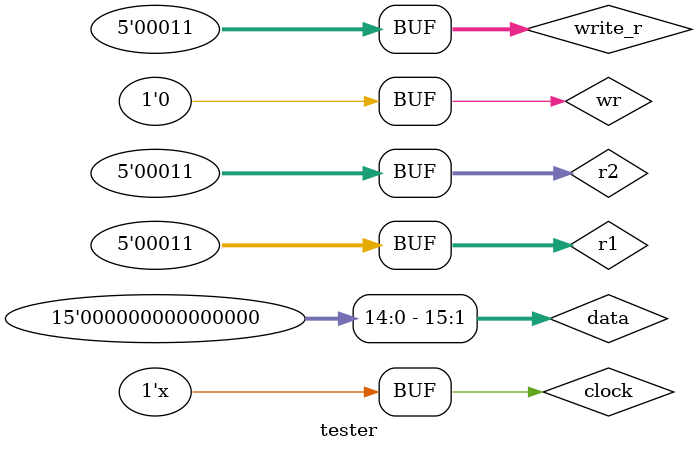
<source format=v>
module tester;
reg clock,wr;
reg  [ 4 : 0] r1, r2, write_r;
reg  [15 : 0] data;
wire [15 : 0] out_r1, out_r2;

register a0 (clock,r1,r2,write_r,data,wr,out_r1,out_r2);

initial
clock = 1'b0;
always
#5 clock = ~clock;


initial
begin
wr = 1;
write_r = 5'b00000;

data = $random;
#10;
write_r =5'b00001;

data = $random;
#10;
write_r =5'b00010;

data = $random;
#10;
write_r =5'b00011;

data = $random;
#10;
wr = 0;
r1 = 5'b00000;
r2 =5'b00000;

#10;
r1 =5'b00001;
r2 =5'b00001;

#10;
r1 =5'b00010;
r2 =5'b00010;

#10;
r1 =5'b00011;
r2 =5'b00011;

#10;
#10;
end
endmodule

</source>
